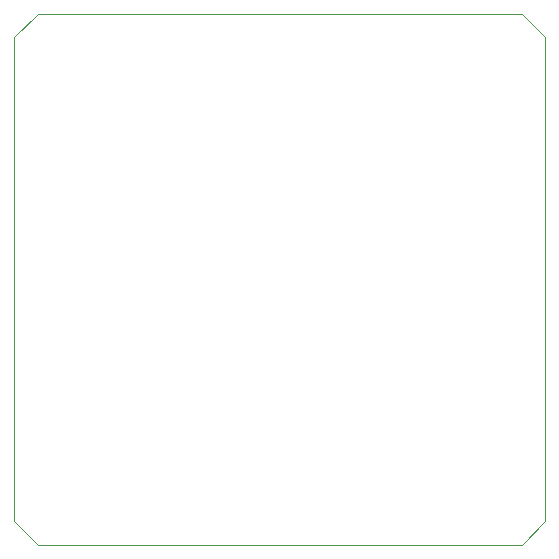
<source format=gbr>
G04 start of page 4 for group 4 idx 4 *
G04 Title: HERTZ_RFA, outline *
G04 Creator: pcb v4.0.2-gafeb62a8 *
G04 CreationDate: Mon Jan 29 15:05:47 2018 UTC *
G04 For: stephan *
G04 Format: Gerber/RS-274X *
G04 PCB-Dimensions (mil): 2362.20 2362.20 *
G04 PCB-Coordinate-Origin: lower left *
%MOIN*%
%FSLAX25Y25*%
%LNOUTLINE*%
%ADD23C,0.0039*%
G54D23*X206693Y198819D02*Y37402D01*
X198819Y29528D02*X37402D01*
X29528Y37402D02*X37402Y29528D01*
X206693Y37402D02*X198819Y29528D01*
X29528Y198819D02*Y37402D01*
X37402Y206693D02*X198819D01*
X206693Y198819D01*
X37402Y206693D02*X29528Y198819D01*
M02*

</source>
